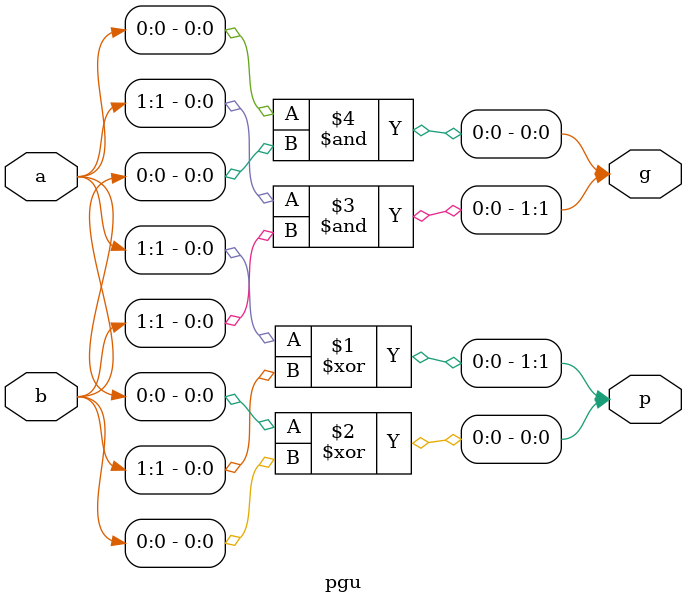
<source format=v>
module pgu(a, b, p, g);

  input [1:0] a, b;
  output [1:0] p, g;

  xor x1(p[1], a[1], b[1]);
  xor x2(p[0], a[0], b[0]);
  and a1(g[1], a[1], b[1]);
  and a2(g[0], a[0], b[0]);

endmodule

</source>
